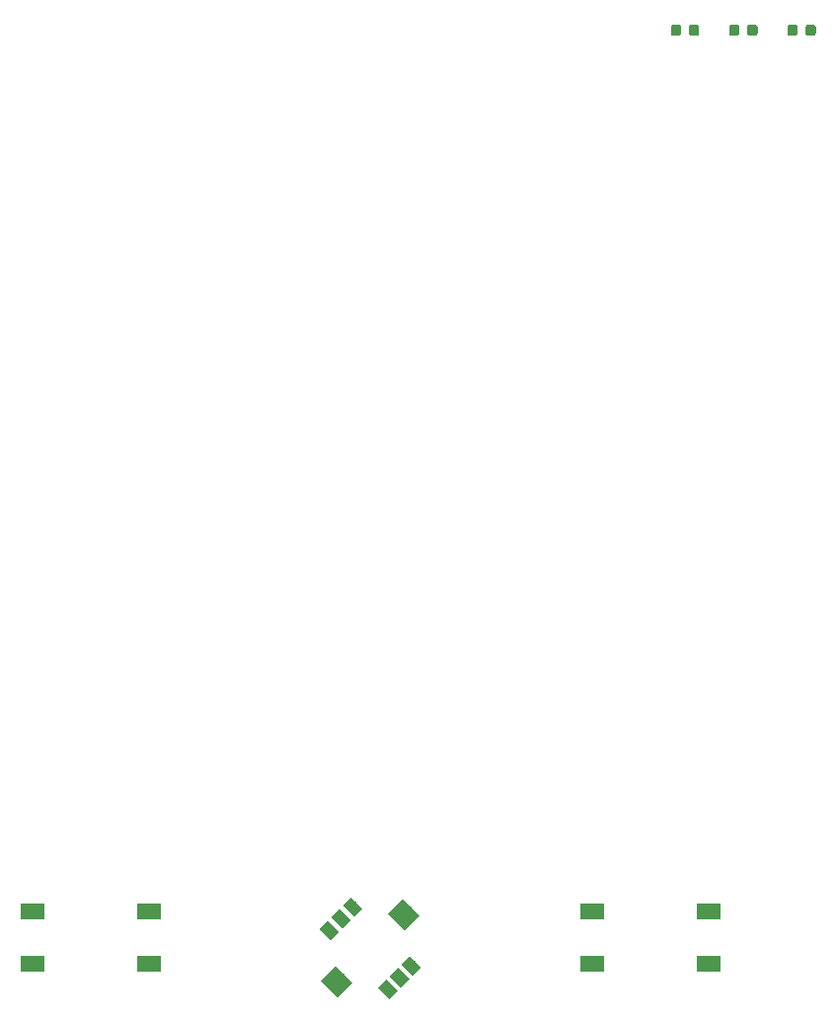
<source format=gbr>
G04 #@! TF.GenerationSoftware,KiCad,Pcbnew,5.0.2-bee76a0~70~ubuntu18.04.1*
G04 #@! TF.CreationDate,2020-04-30T09:20:18+02:00*
G04 #@! TF.ProjectId,OpenDropV4,4f70656e-4472-46f7-9056-342e6b696361,rev?*
G04 #@! TF.SameCoordinates,Original*
G04 #@! TF.FileFunction,Paste,Top*
G04 #@! TF.FilePolarity,Positive*
%FSLAX46Y46*%
G04 Gerber Fmt 4.6, Leading zero omitted, Abs format (unit mm)*
G04 Created by KiCad (PCBNEW 5.0.2-bee76a0~70~ubuntu18.04.1) date Do 30 Apr 2020 09:20:18 CEST*
%MOMM*%
%LPD*%
G01*
G04 APERTURE LIST*
%ADD10R,2.100000X1.400000*%
%ADD11C,1.800000*%
%ADD12C,0.100000*%
%ADD13C,1.000000*%
%ADD14C,0.875000*%
G04 APERTURE END LIST*
D10*
G04 #@! TO.C,SW1*
X71000000Y-140450000D03*
X71000000Y-135950000D03*
X81000000Y-140450000D03*
X81000000Y-135950000D03*
G04 #@! TD*
G04 #@! TO.C,SW2*
X119000000Y-140450000D03*
X119000000Y-135950000D03*
X129000000Y-140450000D03*
X129000000Y-135950000D03*
G04 #@! TD*
D11*
G04 #@! TO.C,JS2*
X102863582Y-136252018D03*
D12*
G36*
X101520079Y-136181307D02*
X102792871Y-134908515D01*
X104207085Y-136322729D01*
X102934293Y-137595521D01*
X101520079Y-136181307D01*
X101520079Y-136181307D01*
G37*
D11*
X97136018Y-141979582D03*
D12*
G36*
X95792515Y-141908871D02*
X97065307Y-140636079D01*
X98479521Y-142050293D01*
X97206729Y-143323085D01*
X95792515Y-141908871D01*
X95792515Y-141908871D01*
G37*
D13*
X98479520Y-135580266D03*
D12*
G36*
X97648670Y-135456522D02*
X98355776Y-134749416D01*
X99310370Y-135704010D01*
X98603264Y-136411116D01*
X97648670Y-135456522D01*
X97648670Y-135456522D01*
G37*
D13*
X97471893Y-136587893D03*
D12*
G36*
X96641043Y-136464149D02*
X97348149Y-135757043D01*
X98302743Y-136711637D01*
X97595637Y-137418743D01*
X96641043Y-136464149D01*
X96641043Y-136464149D01*
G37*
D13*
X96464266Y-137595520D03*
D12*
G36*
X95633416Y-137471776D02*
X96340522Y-136764670D01*
X97295116Y-137719264D01*
X96588010Y-138426370D01*
X95633416Y-137471776D01*
X95633416Y-137471776D01*
G37*
D13*
X103535334Y-140636080D03*
D12*
G36*
X102704484Y-140512336D02*
X103411590Y-139805230D01*
X104366184Y-140759824D01*
X103659078Y-141466930D01*
X102704484Y-140512336D01*
X102704484Y-140512336D01*
G37*
D13*
X102527707Y-141643707D03*
D12*
G36*
X101696857Y-141519963D02*
X102403963Y-140812857D01*
X103358557Y-141767451D01*
X102651451Y-142474557D01*
X101696857Y-141519963D01*
X101696857Y-141519963D01*
G37*
D13*
X101520080Y-142651334D03*
D12*
G36*
X100689230Y-142527590D02*
X101396336Y-141820484D01*
X102350930Y-142775078D01*
X101643824Y-143482184D01*
X100689230Y-142527590D01*
X100689230Y-142527590D01*
G37*
G04 #@! TD*
G04 #@! TO.C,LED1*
G36*
X128027691Y-59937053D02*
X128048926Y-59940203D01*
X128069750Y-59945419D01*
X128089962Y-59952651D01*
X128109368Y-59961830D01*
X128127781Y-59972866D01*
X128145024Y-59985654D01*
X128160930Y-60000070D01*
X128175346Y-60015976D01*
X128188134Y-60033219D01*
X128199170Y-60051632D01*
X128208349Y-60071038D01*
X128215581Y-60091250D01*
X128220797Y-60112074D01*
X128223947Y-60133309D01*
X128225000Y-60154750D01*
X128225000Y-60667250D01*
X128223947Y-60688691D01*
X128220797Y-60709926D01*
X128215581Y-60730750D01*
X128208349Y-60750962D01*
X128199170Y-60770368D01*
X128188134Y-60788781D01*
X128175346Y-60806024D01*
X128160930Y-60821930D01*
X128145024Y-60836346D01*
X128127781Y-60849134D01*
X128109368Y-60860170D01*
X128089962Y-60869349D01*
X128069750Y-60876581D01*
X128048926Y-60881797D01*
X128027691Y-60884947D01*
X128006250Y-60886000D01*
X127568750Y-60886000D01*
X127547309Y-60884947D01*
X127526074Y-60881797D01*
X127505250Y-60876581D01*
X127485038Y-60869349D01*
X127465632Y-60860170D01*
X127447219Y-60849134D01*
X127429976Y-60836346D01*
X127414070Y-60821930D01*
X127399654Y-60806024D01*
X127386866Y-60788781D01*
X127375830Y-60770368D01*
X127366651Y-60750962D01*
X127359419Y-60730750D01*
X127354203Y-60709926D01*
X127351053Y-60688691D01*
X127350000Y-60667250D01*
X127350000Y-60154750D01*
X127351053Y-60133309D01*
X127354203Y-60112074D01*
X127359419Y-60091250D01*
X127366651Y-60071038D01*
X127375830Y-60051632D01*
X127386866Y-60033219D01*
X127399654Y-60015976D01*
X127414070Y-60000070D01*
X127429976Y-59985654D01*
X127447219Y-59972866D01*
X127465632Y-59961830D01*
X127485038Y-59952651D01*
X127505250Y-59945419D01*
X127526074Y-59940203D01*
X127547309Y-59937053D01*
X127568750Y-59936000D01*
X128006250Y-59936000D01*
X128027691Y-59937053D01*
X128027691Y-59937053D01*
G37*
D14*
X127787500Y-60411000D03*
D12*
G36*
X126452691Y-59937053D02*
X126473926Y-59940203D01*
X126494750Y-59945419D01*
X126514962Y-59952651D01*
X126534368Y-59961830D01*
X126552781Y-59972866D01*
X126570024Y-59985654D01*
X126585930Y-60000070D01*
X126600346Y-60015976D01*
X126613134Y-60033219D01*
X126624170Y-60051632D01*
X126633349Y-60071038D01*
X126640581Y-60091250D01*
X126645797Y-60112074D01*
X126648947Y-60133309D01*
X126650000Y-60154750D01*
X126650000Y-60667250D01*
X126648947Y-60688691D01*
X126645797Y-60709926D01*
X126640581Y-60730750D01*
X126633349Y-60750962D01*
X126624170Y-60770368D01*
X126613134Y-60788781D01*
X126600346Y-60806024D01*
X126585930Y-60821930D01*
X126570024Y-60836346D01*
X126552781Y-60849134D01*
X126534368Y-60860170D01*
X126514962Y-60869349D01*
X126494750Y-60876581D01*
X126473926Y-60881797D01*
X126452691Y-60884947D01*
X126431250Y-60886000D01*
X125993750Y-60886000D01*
X125972309Y-60884947D01*
X125951074Y-60881797D01*
X125930250Y-60876581D01*
X125910038Y-60869349D01*
X125890632Y-60860170D01*
X125872219Y-60849134D01*
X125854976Y-60836346D01*
X125839070Y-60821930D01*
X125824654Y-60806024D01*
X125811866Y-60788781D01*
X125800830Y-60770368D01*
X125791651Y-60750962D01*
X125784419Y-60730750D01*
X125779203Y-60709926D01*
X125776053Y-60688691D01*
X125775000Y-60667250D01*
X125775000Y-60154750D01*
X125776053Y-60133309D01*
X125779203Y-60112074D01*
X125784419Y-60091250D01*
X125791651Y-60071038D01*
X125800830Y-60051632D01*
X125811866Y-60033219D01*
X125824654Y-60015976D01*
X125839070Y-60000070D01*
X125854976Y-59985654D01*
X125872219Y-59972866D01*
X125890632Y-59961830D01*
X125910038Y-59952651D01*
X125930250Y-59945419D01*
X125951074Y-59940203D01*
X125972309Y-59937053D01*
X125993750Y-59936000D01*
X126431250Y-59936000D01*
X126452691Y-59937053D01*
X126452691Y-59937053D01*
G37*
D14*
X126212500Y-60411000D03*
G04 #@! TD*
D12*
G04 #@! TO.C,LED2*
G36*
X131452691Y-59937053D02*
X131473926Y-59940203D01*
X131494750Y-59945419D01*
X131514962Y-59952651D01*
X131534368Y-59961830D01*
X131552781Y-59972866D01*
X131570024Y-59985654D01*
X131585930Y-60000070D01*
X131600346Y-60015976D01*
X131613134Y-60033219D01*
X131624170Y-60051632D01*
X131633349Y-60071038D01*
X131640581Y-60091250D01*
X131645797Y-60112074D01*
X131648947Y-60133309D01*
X131650000Y-60154750D01*
X131650000Y-60667250D01*
X131648947Y-60688691D01*
X131645797Y-60709926D01*
X131640581Y-60730750D01*
X131633349Y-60750962D01*
X131624170Y-60770368D01*
X131613134Y-60788781D01*
X131600346Y-60806024D01*
X131585930Y-60821930D01*
X131570024Y-60836346D01*
X131552781Y-60849134D01*
X131534368Y-60860170D01*
X131514962Y-60869349D01*
X131494750Y-60876581D01*
X131473926Y-60881797D01*
X131452691Y-60884947D01*
X131431250Y-60886000D01*
X130993750Y-60886000D01*
X130972309Y-60884947D01*
X130951074Y-60881797D01*
X130930250Y-60876581D01*
X130910038Y-60869349D01*
X130890632Y-60860170D01*
X130872219Y-60849134D01*
X130854976Y-60836346D01*
X130839070Y-60821930D01*
X130824654Y-60806024D01*
X130811866Y-60788781D01*
X130800830Y-60770368D01*
X130791651Y-60750962D01*
X130784419Y-60730750D01*
X130779203Y-60709926D01*
X130776053Y-60688691D01*
X130775000Y-60667250D01*
X130775000Y-60154750D01*
X130776053Y-60133309D01*
X130779203Y-60112074D01*
X130784419Y-60091250D01*
X130791651Y-60071038D01*
X130800830Y-60051632D01*
X130811866Y-60033219D01*
X130824654Y-60015976D01*
X130839070Y-60000070D01*
X130854976Y-59985654D01*
X130872219Y-59972866D01*
X130890632Y-59961830D01*
X130910038Y-59952651D01*
X130930250Y-59945419D01*
X130951074Y-59940203D01*
X130972309Y-59937053D01*
X130993750Y-59936000D01*
X131431250Y-59936000D01*
X131452691Y-59937053D01*
X131452691Y-59937053D01*
G37*
D14*
X131212500Y-60411000D03*
D12*
G36*
X133027691Y-59937053D02*
X133048926Y-59940203D01*
X133069750Y-59945419D01*
X133089962Y-59952651D01*
X133109368Y-59961830D01*
X133127781Y-59972866D01*
X133145024Y-59985654D01*
X133160930Y-60000070D01*
X133175346Y-60015976D01*
X133188134Y-60033219D01*
X133199170Y-60051632D01*
X133208349Y-60071038D01*
X133215581Y-60091250D01*
X133220797Y-60112074D01*
X133223947Y-60133309D01*
X133225000Y-60154750D01*
X133225000Y-60667250D01*
X133223947Y-60688691D01*
X133220797Y-60709926D01*
X133215581Y-60730750D01*
X133208349Y-60750962D01*
X133199170Y-60770368D01*
X133188134Y-60788781D01*
X133175346Y-60806024D01*
X133160930Y-60821930D01*
X133145024Y-60836346D01*
X133127781Y-60849134D01*
X133109368Y-60860170D01*
X133089962Y-60869349D01*
X133069750Y-60876581D01*
X133048926Y-60881797D01*
X133027691Y-60884947D01*
X133006250Y-60886000D01*
X132568750Y-60886000D01*
X132547309Y-60884947D01*
X132526074Y-60881797D01*
X132505250Y-60876581D01*
X132485038Y-60869349D01*
X132465632Y-60860170D01*
X132447219Y-60849134D01*
X132429976Y-60836346D01*
X132414070Y-60821930D01*
X132399654Y-60806024D01*
X132386866Y-60788781D01*
X132375830Y-60770368D01*
X132366651Y-60750962D01*
X132359419Y-60730750D01*
X132354203Y-60709926D01*
X132351053Y-60688691D01*
X132350000Y-60667250D01*
X132350000Y-60154750D01*
X132351053Y-60133309D01*
X132354203Y-60112074D01*
X132359419Y-60091250D01*
X132366651Y-60071038D01*
X132375830Y-60051632D01*
X132386866Y-60033219D01*
X132399654Y-60015976D01*
X132414070Y-60000070D01*
X132429976Y-59985654D01*
X132447219Y-59972866D01*
X132465632Y-59961830D01*
X132485038Y-59952651D01*
X132505250Y-59945419D01*
X132526074Y-59940203D01*
X132547309Y-59937053D01*
X132568750Y-59936000D01*
X133006250Y-59936000D01*
X133027691Y-59937053D01*
X133027691Y-59937053D01*
G37*
D14*
X132787500Y-60411000D03*
G04 #@! TD*
D12*
G04 #@! TO.C,LED3*
G36*
X136452691Y-59937053D02*
X136473926Y-59940203D01*
X136494750Y-59945419D01*
X136514962Y-59952651D01*
X136534368Y-59961830D01*
X136552781Y-59972866D01*
X136570024Y-59985654D01*
X136585930Y-60000070D01*
X136600346Y-60015976D01*
X136613134Y-60033219D01*
X136624170Y-60051632D01*
X136633349Y-60071038D01*
X136640581Y-60091250D01*
X136645797Y-60112074D01*
X136648947Y-60133309D01*
X136650000Y-60154750D01*
X136650000Y-60667250D01*
X136648947Y-60688691D01*
X136645797Y-60709926D01*
X136640581Y-60730750D01*
X136633349Y-60750962D01*
X136624170Y-60770368D01*
X136613134Y-60788781D01*
X136600346Y-60806024D01*
X136585930Y-60821930D01*
X136570024Y-60836346D01*
X136552781Y-60849134D01*
X136534368Y-60860170D01*
X136514962Y-60869349D01*
X136494750Y-60876581D01*
X136473926Y-60881797D01*
X136452691Y-60884947D01*
X136431250Y-60886000D01*
X135993750Y-60886000D01*
X135972309Y-60884947D01*
X135951074Y-60881797D01*
X135930250Y-60876581D01*
X135910038Y-60869349D01*
X135890632Y-60860170D01*
X135872219Y-60849134D01*
X135854976Y-60836346D01*
X135839070Y-60821930D01*
X135824654Y-60806024D01*
X135811866Y-60788781D01*
X135800830Y-60770368D01*
X135791651Y-60750962D01*
X135784419Y-60730750D01*
X135779203Y-60709926D01*
X135776053Y-60688691D01*
X135775000Y-60667250D01*
X135775000Y-60154750D01*
X135776053Y-60133309D01*
X135779203Y-60112074D01*
X135784419Y-60091250D01*
X135791651Y-60071038D01*
X135800830Y-60051632D01*
X135811866Y-60033219D01*
X135824654Y-60015976D01*
X135839070Y-60000070D01*
X135854976Y-59985654D01*
X135872219Y-59972866D01*
X135890632Y-59961830D01*
X135910038Y-59952651D01*
X135930250Y-59945419D01*
X135951074Y-59940203D01*
X135972309Y-59937053D01*
X135993750Y-59936000D01*
X136431250Y-59936000D01*
X136452691Y-59937053D01*
X136452691Y-59937053D01*
G37*
D14*
X136212500Y-60411000D03*
D12*
G36*
X138027691Y-59937053D02*
X138048926Y-59940203D01*
X138069750Y-59945419D01*
X138089962Y-59952651D01*
X138109368Y-59961830D01*
X138127781Y-59972866D01*
X138145024Y-59985654D01*
X138160930Y-60000070D01*
X138175346Y-60015976D01*
X138188134Y-60033219D01*
X138199170Y-60051632D01*
X138208349Y-60071038D01*
X138215581Y-60091250D01*
X138220797Y-60112074D01*
X138223947Y-60133309D01*
X138225000Y-60154750D01*
X138225000Y-60667250D01*
X138223947Y-60688691D01*
X138220797Y-60709926D01*
X138215581Y-60730750D01*
X138208349Y-60750962D01*
X138199170Y-60770368D01*
X138188134Y-60788781D01*
X138175346Y-60806024D01*
X138160930Y-60821930D01*
X138145024Y-60836346D01*
X138127781Y-60849134D01*
X138109368Y-60860170D01*
X138089962Y-60869349D01*
X138069750Y-60876581D01*
X138048926Y-60881797D01*
X138027691Y-60884947D01*
X138006250Y-60886000D01*
X137568750Y-60886000D01*
X137547309Y-60884947D01*
X137526074Y-60881797D01*
X137505250Y-60876581D01*
X137485038Y-60869349D01*
X137465632Y-60860170D01*
X137447219Y-60849134D01*
X137429976Y-60836346D01*
X137414070Y-60821930D01*
X137399654Y-60806024D01*
X137386866Y-60788781D01*
X137375830Y-60770368D01*
X137366651Y-60750962D01*
X137359419Y-60730750D01*
X137354203Y-60709926D01*
X137351053Y-60688691D01*
X137350000Y-60667250D01*
X137350000Y-60154750D01*
X137351053Y-60133309D01*
X137354203Y-60112074D01*
X137359419Y-60091250D01*
X137366651Y-60071038D01*
X137375830Y-60051632D01*
X137386866Y-60033219D01*
X137399654Y-60015976D01*
X137414070Y-60000070D01*
X137429976Y-59985654D01*
X137447219Y-59972866D01*
X137465632Y-59961830D01*
X137485038Y-59952651D01*
X137505250Y-59945419D01*
X137526074Y-59940203D01*
X137547309Y-59937053D01*
X137568750Y-59936000D01*
X138006250Y-59936000D01*
X138027691Y-59937053D01*
X138027691Y-59937053D01*
G37*
D14*
X137787500Y-60411000D03*
G04 #@! TD*
M02*

</source>
